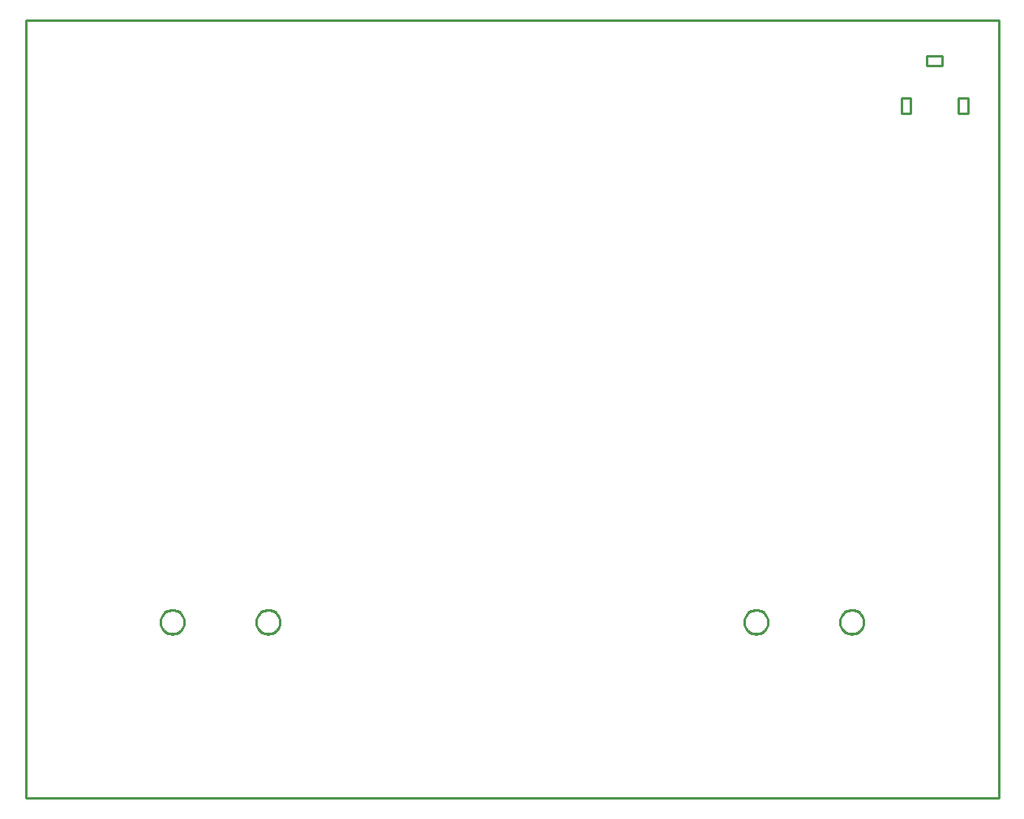
<source format=gbr>
G04 EAGLE Gerber RS-274X export*
G75*
%MOMM*%
%FSLAX34Y34*%
%LPD*%
%IN*%
%IPPOS*%
%AMOC8*
5,1,8,0,0,1.08239X$1,22.5*%
G01*
%ADD10C,0.254000*%


D10*
X0Y0D02*
X1016000Y0D01*
X1016000Y812800D01*
X0Y812800D01*
X0Y0D01*
X941400Y765900D02*
X957400Y765900D01*
X957400Y775900D01*
X941400Y775900D01*
X941400Y765900D01*
X974400Y715900D02*
X984400Y715900D01*
X984400Y731900D01*
X974400Y731900D01*
X974400Y715900D01*
X914400Y715900D02*
X924400Y715900D01*
X924400Y731900D01*
X914400Y731900D01*
X914400Y715900D01*
X775300Y183809D02*
X775223Y182830D01*
X775069Y181860D01*
X774840Y180904D01*
X774536Y179970D01*
X774161Y179063D01*
X773715Y178188D01*
X773201Y177350D01*
X772624Y176555D01*
X771986Y175808D01*
X771292Y175114D01*
X770545Y174476D01*
X769750Y173899D01*
X768912Y173385D01*
X768037Y172939D01*
X767130Y172564D01*
X766196Y172260D01*
X765241Y172031D01*
X764270Y171877D01*
X763291Y171800D01*
X762309Y171800D01*
X761330Y171877D01*
X760360Y172031D01*
X759404Y172260D01*
X758470Y172564D01*
X757563Y172939D01*
X756688Y173385D01*
X755850Y173899D01*
X755055Y174476D01*
X754308Y175114D01*
X753614Y175808D01*
X752976Y176555D01*
X752399Y177350D01*
X751885Y178188D01*
X751439Y179063D01*
X751064Y179970D01*
X750760Y180904D01*
X750531Y181860D01*
X750377Y182830D01*
X750300Y183809D01*
X750300Y184791D01*
X750377Y185770D01*
X750531Y186741D01*
X750760Y187696D01*
X751064Y188630D01*
X751439Y189537D01*
X751885Y190412D01*
X752399Y191250D01*
X752976Y192045D01*
X753614Y192792D01*
X754308Y193486D01*
X755055Y194124D01*
X755850Y194701D01*
X756688Y195215D01*
X757563Y195661D01*
X758470Y196036D01*
X759404Y196340D01*
X760360Y196569D01*
X761330Y196723D01*
X762309Y196800D01*
X763291Y196800D01*
X764270Y196723D01*
X765241Y196569D01*
X766196Y196340D01*
X767130Y196036D01*
X768037Y195661D01*
X768912Y195215D01*
X769750Y194701D01*
X770545Y194124D01*
X771292Y193486D01*
X771986Y192792D01*
X772624Y192045D01*
X773201Y191250D01*
X773715Y190412D01*
X774161Y189537D01*
X774536Y188630D01*
X774840Y187696D01*
X775069Y186741D01*
X775223Y185770D01*
X775300Y184791D01*
X775300Y183809D01*
X875300Y183809D02*
X875223Y182830D01*
X875069Y181860D01*
X874840Y180904D01*
X874536Y179970D01*
X874161Y179063D01*
X873715Y178188D01*
X873201Y177350D01*
X872624Y176555D01*
X871986Y175808D01*
X871292Y175114D01*
X870545Y174476D01*
X869750Y173899D01*
X868912Y173385D01*
X868037Y172939D01*
X867130Y172564D01*
X866196Y172260D01*
X865241Y172031D01*
X864270Y171877D01*
X863291Y171800D01*
X862309Y171800D01*
X861330Y171877D01*
X860360Y172031D01*
X859404Y172260D01*
X858470Y172564D01*
X857563Y172939D01*
X856688Y173385D01*
X855850Y173899D01*
X855055Y174476D01*
X854308Y175114D01*
X853614Y175808D01*
X852976Y176555D01*
X852399Y177350D01*
X851885Y178188D01*
X851439Y179063D01*
X851064Y179970D01*
X850760Y180904D01*
X850531Y181860D01*
X850377Y182830D01*
X850300Y183809D01*
X850300Y184791D01*
X850377Y185770D01*
X850531Y186741D01*
X850760Y187696D01*
X851064Y188630D01*
X851439Y189537D01*
X851885Y190412D01*
X852399Y191250D01*
X852976Y192045D01*
X853614Y192792D01*
X854308Y193486D01*
X855055Y194124D01*
X855850Y194701D01*
X856688Y195215D01*
X857563Y195661D01*
X858470Y196036D01*
X859404Y196340D01*
X860360Y196569D01*
X861330Y196723D01*
X862309Y196800D01*
X863291Y196800D01*
X864270Y196723D01*
X865241Y196569D01*
X866196Y196340D01*
X867130Y196036D01*
X868037Y195661D01*
X868912Y195215D01*
X869750Y194701D01*
X870545Y194124D01*
X871292Y193486D01*
X871986Y192792D01*
X872624Y192045D01*
X873201Y191250D01*
X873715Y190412D01*
X874161Y189537D01*
X874536Y188630D01*
X874840Y187696D01*
X875069Y186741D01*
X875223Y185770D01*
X875300Y184791D01*
X875300Y183809D01*
X165700Y183809D02*
X165623Y182830D01*
X165469Y181860D01*
X165240Y180904D01*
X164936Y179970D01*
X164561Y179063D01*
X164115Y178188D01*
X163601Y177350D01*
X163024Y176555D01*
X162386Y175808D01*
X161692Y175114D01*
X160945Y174476D01*
X160150Y173899D01*
X159312Y173385D01*
X158437Y172939D01*
X157530Y172564D01*
X156596Y172260D01*
X155641Y172031D01*
X154670Y171877D01*
X153691Y171800D01*
X152709Y171800D01*
X151730Y171877D01*
X150760Y172031D01*
X149804Y172260D01*
X148870Y172564D01*
X147963Y172939D01*
X147088Y173385D01*
X146250Y173899D01*
X145455Y174476D01*
X144708Y175114D01*
X144014Y175808D01*
X143376Y176555D01*
X142799Y177350D01*
X142285Y178188D01*
X141839Y179063D01*
X141464Y179970D01*
X141160Y180904D01*
X140931Y181860D01*
X140777Y182830D01*
X140700Y183809D01*
X140700Y184791D01*
X140777Y185770D01*
X140931Y186741D01*
X141160Y187696D01*
X141464Y188630D01*
X141839Y189537D01*
X142285Y190412D01*
X142799Y191250D01*
X143376Y192045D01*
X144014Y192792D01*
X144708Y193486D01*
X145455Y194124D01*
X146250Y194701D01*
X147088Y195215D01*
X147963Y195661D01*
X148870Y196036D01*
X149804Y196340D01*
X150760Y196569D01*
X151730Y196723D01*
X152709Y196800D01*
X153691Y196800D01*
X154670Y196723D01*
X155641Y196569D01*
X156596Y196340D01*
X157530Y196036D01*
X158437Y195661D01*
X159312Y195215D01*
X160150Y194701D01*
X160945Y194124D01*
X161692Y193486D01*
X162386Y192792D01*
X163024Y192045D01*
X163601Y191250D01*
X164115Y190412D01*
X164561Y189537D01*
X164936Y188630D01*
X165240Y187696D01*
X165469Y186741D01*
X165623Y185770D01*
X165700Y184791D01*
X165700Y183809D01*
X265700Y183809D02*
X265623Y182830D01*
X265469Y181860D01*
X265240Y180904D01*
X264936Y179970D01*
X264561Y179063D01*
X264115Y178188D01*
X263601Y177350D01*
X263024Y176555D01*
X262386Y175808D01*
X261692Y175114D01*
X260945Y174476D01*
X260150Y173899D01*
X259312Y173385D01*
X258437Y172939D01*
X257530Y172564D01*
X256596Y172260D01*
X255641Y172031D01*
X254670Y171877D01*
X253691Y171800D01*
X252709Y171800D01*
X251730Y171877D01*
X250760Y172031D01*
X249804Y172260D01*
X248870Y172564D01*
X247963Y172939D01*
X247088Y173385D01*
X246250Y173899D01*
X245455Y174476D01*
X244708Y175114D01*
X244014Y175808D01*
X243376Y176555D01*
X242799Y177350D01*
X242285Y178188D01*
X241839Y179063D01*
X241464Y179970D01*
X241160Y180904D01*
X240931Y181860D01*
X240777Y182830D01*
X240700Y183809D01*
X240700Y184791D01*
X240777Y185770D01*
X240931Y186741D01*
X241160Y187696D01*
X241464Y188630D01*
X241839Y189537D01*
X242285Y190412D01*
X242799Y191250D01*
X243376Y192045D01*
X244014Y192792D01*
X244708Y193486D01*
X245455Y194124D01*
X246250Y194701D01*
X247088Y195215D01*
X247963Y195661D01*
X248870Y196036D01*
X249804Y196340D01*
X250760Y196569D01*
X251730Y196723D01*
X252709Y196800D01*
X253691Y196800D01*
X254670Y196723D01*
X255641Y196569D01*
X256596Y196340D01*
X257530Y196036D01*
X258437Y195661D01*
X259312Y195215D01*
X260150Y194701D01*
X260945Y194124D01*
X261692Y193486D01*
X262386Y192792D01*
X263024Y192045D01*
X263601Y191250D01*
X264115Y190412D01*
X264561Y189537D01*
X264936Y188630D01*
X265240Y187696D01*
X265469Y186741D01*
X265623Y185770D01*
X265700Y184791D01*
X265700Y183809D01*
M02*

</source>
